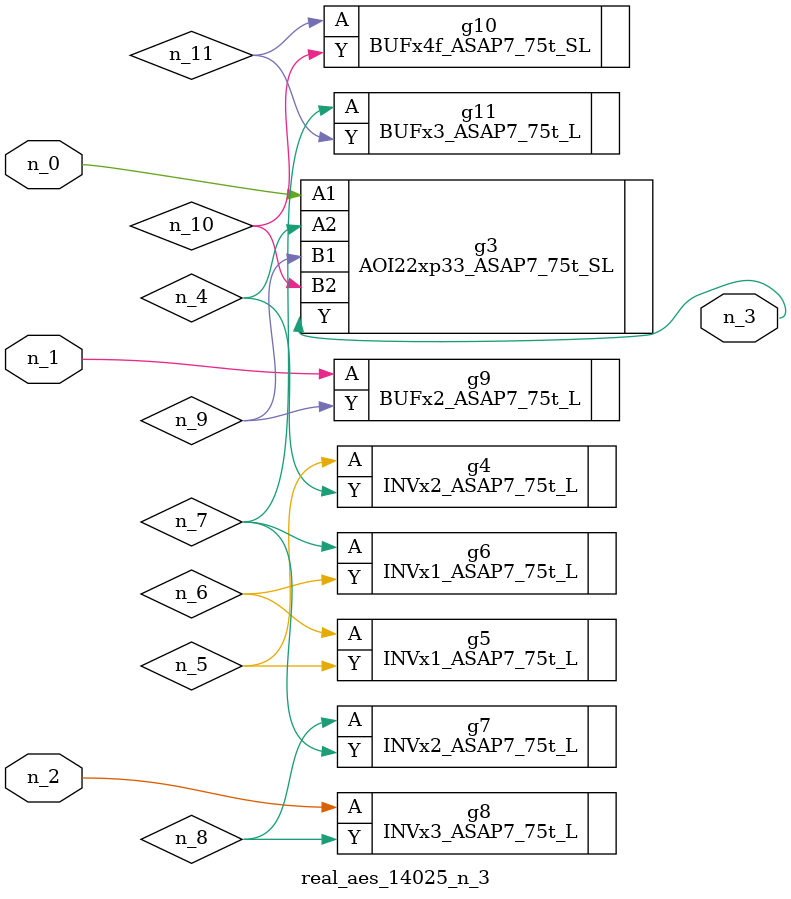
<source format=v>
module real_aes_14025_n_3 (n_0, n_2, n_1, n_3);
input n_0;
input n_2;
input n_1;
output n_3;
wire n_4;
wire n_5;
wire n_7;
wire n_9;
wire n_6;
wire n_8;
wire n_10;
wire n_11;
AOI22xp33_ASAP7_75t_SL g3 ( .A1(n_0), .A2(n_4), .B1(n_9), .B2(n_10), .Y(n_3) );
BUFx2_ASAP7_75t_L g9 ( .A(n_1), .Y(n_9) );
INVx3_ASAP7_75t_L g8 ( .A(n_2), .Y(n_8) );
INVx2_ASAP7_75t_L g4 ( .A(n_5), .Y(n_4) );
INVx1_ASAP7_75t_L g5 ( .A(n_6), .Y(n_5) );
INVx1_ASAP7_75t_L g6 ( .A(n_7), .Y(n_6) );
BUFx3_ASAP7_75t_L g11 ( .A(n_7), .Y(n_11) );
INVx2_ASAP7_75t_L g7 ( .A(n_8), .Y(n_7) );
BUFx4f_ASAP7_75t_SL g10 ( .A(n_11), .Y(n_10) );
endmodule
</source>
